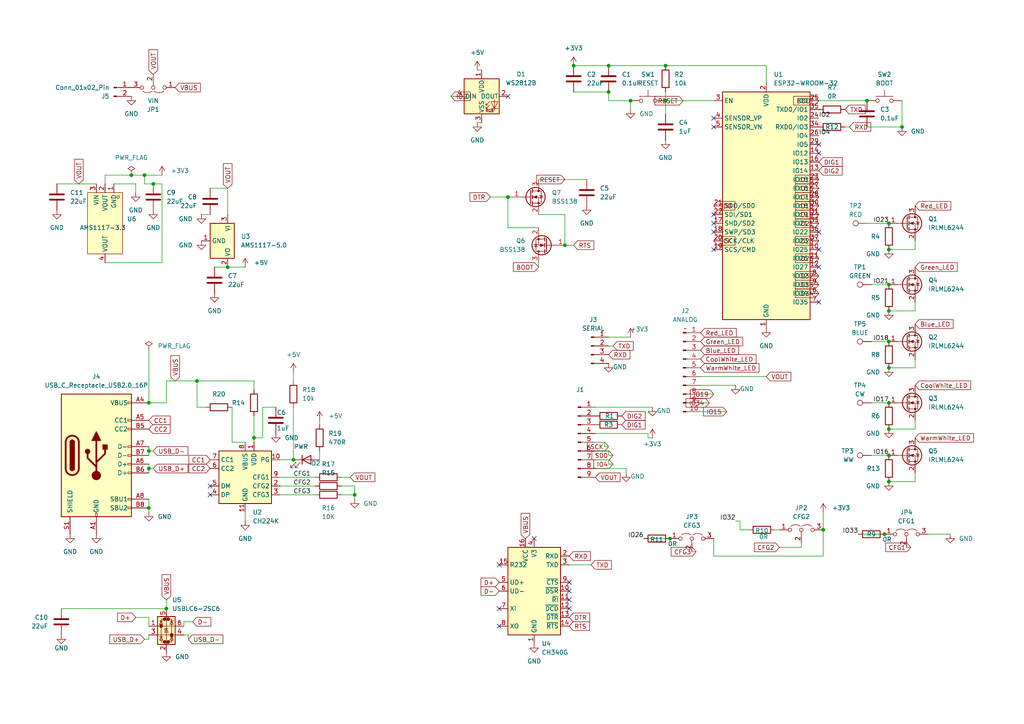
<source format=kicad_sch>
(kicad_sch (version 20250114) (generator "eeschema") (generator_version "9.0")
  (paper "A4")
  (title_block (title "ESPWROOM32 WLED") (date "2025-03-24") (rev "1.0") (company "ES") (comment 1 "Analog and Digital Connections") (comment 2 "PD Selection"))
  (junction (at 251.46 29.21))
  (junction (at 38.1 50.8))
  (junction (at 44.45 53.34))
  (junction (at 66.04 77.47))
  (junction (at 194.31 156.21))
  (junction (at 257.81 64.77))
  (junction (at 102.87 143.51))
  (junction (at 43.18 116.84))
  (junction (at 182.88 29.21))
  (junction (at 261.62 36.83))
  (junction (at 41.91 50.8))
  (junction (at 147.32 57.15))
  (junction (at 238.76 153.67))
  (junction (at 57.15 110.49))
  (junction (at 193.04 19.05))
  (junction (at 257.81 82.55))
  (junction (at 85.09 133.35))
  (junction (at 43.18 130.81))
  (junction (at 193.04 29.21))
  (junction (at 43.18 135.89))
  (junction (at 257.81 72.39))
  (junction (at 48.26 176.53))
  (junction (at 176.53 26.67))
  (junction (at 257.81 124.46))
  (junction (at 73.66 127))
  (junction (at 257.81 132.08))
  (junction (at 166.37 19.05))
  (junction (at 163.83 71.12))
  (junction (at 257.81 90.17))
  (junction (at 256.54 154.94))
  (junction (at 257.81 139.7))
  (junction (at 176.53 19.05))
  (junction (at 43.18 147.32))
  (junction (at 257.81 106.68))
  (junction (at 257.81 116.84))
  (junction (at 257.81 99.06))
  (no_connect (at 60.96 140.97))
  (no_connect (at 237.49 41.91))
  (no_connect (at 237.49 87.63))
  (no_connect (at 207.01 64.77))
  (no_connect (at 154.94 156.21))
  (no_connect (at 237.49 72.39))
  (no_connect (at 165.1 168.91))
  (no_connect (at 165.1 171.45))
  (no_connect (at 207.01 67.31))
  (no_connect (at 207.01 62.23))
  (no_connect (at 144.78 176.53))
  (no_connect (at 165.1 173.99))
  (no_connect (at 165.1 176.53))
  (no_connect (at 144.78 163.83))
  (no_connect (at 207.01 34.29))
  (no_connect (at 237.49 67.31))
  (no_connect (at 207.01 72.39))
  (no_connect (at 207.01 36.83))
  (no_connect (at 237.49 44.45))
  (no_connect (at 60.96 143.51))
  (no_connect (at 237.49 77.47))
  (no_connect (at 144.78 181.61))
  (no_connect (at 147.32 27.94))
  (wire (pts (xy 80.01 118.11) (xy 76.2 118.11)))
  (wire (pts (xy 99.06 140.97) (xy 102.87 140.97)))
  (wire (pts (xy 48.26 110.49) (xy 48.26 116.84)))
  (wire (pts (xy 187.96 127) (xy 189.23 127)))
  (wire (pts (xy 172.72 135.89) (xy 181.61 135.89)))
  (wire (pts (xy 175.26 129.54) (xy 175.26 128.27)))
  (wire (pts (xy 67.31 118.11) (xy 67.31 128.27)))
  (wire (pts (xy 246.38 36.83) (xy 245.11 36.83)))
  (wire (pts (xy 213.36 151.13) (xy 214.63 151.13)))
  (wire (pts (xy 102.87 143.51) (xy 102.87 144.78)))
  (wire (pts (xy 55.88 180.34) (xy 53.34 180.34)))
  (wire (pts (xy 73.66 110.49) (xy 57.15 110.49)))
  (wire (pts (xy 91.44 143.51) (xy 81.28 143.51)))
  (wire (pts (xy 57.15 110.49) (xy 57.15 118.11)))
  (wire (pts (xy 71.12 77.47) (xy 66.04 77.47)))
  (wire (pts (xy 48.26 173.99) (xy 48.26 176.53)))
  (wire (pts (xy 265.43 104.14) (xy 265.43 106.68)))
  (wire (pts (xy 156.21 66.04) (xy 147.32 66.04)))
  (wire (pts (xy 91.44 140.97) (xy 81.28 140.97)))
  (wire (pts (xy 43.18 129.54) (xy 43.18 130.81)))
  (wire (pts (xy 85.09 133.35) (xy 81.28 133.35)))
  (wire (pts (xy 92.71 121.92) (xy 92.71 123.19)))
  (wire (pts (xy 46.99 76.2) (xy 46.99 53.34)))
  (wire (pts (xy 172.72 118.11) (xy 189.23 118.11)))
  (wire (pts (xy 257.81 72.39) (xy 265.43 72.39)))
  (wire (pts (xy 147.32 66.04) (xy 147.32 57.15)))
  (wire (pts (xy 207.01 114.3) (xy 203.2 114.3)))
  (wire (pts (xy 41.91 50.8) (xy 41.91 53.34)))
  (wire (pts (xy 101.6 138.43) (xy 99.06 138.43)))
  (wire (pts (xy 139.7 35.56) (xy 138.43 35.56)))
  (wire (pts (xy 66.04 62.23) (xy 66.04 54.61)))
  (wire (pts (xy 165.1 163.83) (xy 171.45 163.83)))
  (wire (pts (xy 132.08 27.94) (xy 130.81 27.94)))
  (wire (pts (xy 48.26 110.49) (xy 57.15 110.49)))
  (wire (pts (xy 182.88 31.75) (xy 182.88 29.21)))
  (wire (pts (xy 193.04 19.05) (xy 222.25 19.05)))
  (wire (pts (xy 214.63 151.13) (xy 214.63 153.67)))
  (wire (pts (xy 248.92 154.94) (xy 256.54 154.94)))
  (wire (pts (xy 181.61 137.16) (xy 181.61 135.89)))
  (wire (pts (xy 30.48 53.34) (xy 30.48 50.8)))
  (wire (pts (xy 53.34 180.34) (xy 53.34 181.61)))
  (wire (pts (xy 186.69 156.21) (xy 194.31 156.21)))
  (wire (pts (xy 251.46 36.83) (xy 261.62 36.83)))
  (wire (pts (xy 99.06 143.51) (xy 102.87 143.51)))
  (wire (pts (xy 252.73 132.08) (xy 257.81 132.08)))
  (wire (pts (xy 238.76 161.29) (xy 238.76 153.67)))
  (wire (pts (xy 44.45 130.81) (xy 43.18 130.81)))
  (wire (pts (xy 166.37 26.67) (xy 176.53 26.67)))
  (wire (pts (xy 265.43 121.92) (xy 265.43 124.46)))
  (wire (pts (xy 156.21 77.47) (xy 156.21 76.2)))
  (wire (pts (xy 176.53 132.08) (xy 176.53 130.81)))
  (wire (pts (xy 48.26 116.84) (xy 43.18 116.84)))
  (wire (pts (xy 176.53 133.35) (xy 172.72 133.35)))
  (wire (pts (xy 48.26 176.53) (xy 17.78 176.53)))
  (wire (pts (xy 176.53 29.21) (xy 182.88 29.21)))
  (wire (pts (xy 33.02 53.34) (xy 39.37 53.34)))
  (wire (pts (xy 91.44 138.43) (xy 81.28 138.43)))
  (wire (pts (xy 30.48 50.8) (xy 38.1 50.8)))
  (wire (pts (xy 71.12 151.13) (xy 71.12 148.59)))
  (wire (pts (xy 92.71 130.81) (xy 92.71 133.35)))
  (wire (pts (xy 205.74 116.84) (xy 203.2 116.84)))
  (wire (pts (xy 39.37 179.07) (xy 43.18 179.07)))
  (wire (pts (xy 73.66 120.65) (xy 73.66 127)))
  (wire (pts (xy 187.96 125.73) (xy 172.72 125.73)))
  (wire (pts (xy 73.66 110.49) (xy 73.66 113.03)))
  (wire (pts (xy 182.88 97.79) (xy 176.53 97.79)))
  (wire (pts (xy 203.2 111.76) (xy 213.36 111.76)))
  (wire (pts (xy 269.24 154.94) (xy 275.59 154.94)))
  (wire (pts (xy 163.83 62.23) (xy 163.83 71.12)))
  (wire (pts (xy 257.81 124.46) (xy 265.43 124.46)))
  (wire (pts (xy 43.18 179.07) (xy 43.18 181.61)))
  (wire (pts (xy 67.31 128.27) (xy 71.12 128.27)))
  (wire (pts (xy 85.09 118.11) (xy 85.09 133.35)))
  (wire (pts (xy 76.2 118.11) (xy 76.2 127)))
  (wire (pts (xy 46.99 53.34) (xy 44.45 53.34)))
  (wire (pts (xy 43.18 147.32) (xy 43.18 148.59)))
  (wire (pts (xy 265.43 69.85) (xy 265.43 72.39)))
  (wire (pts (xy 58.42 62.23) (xy 60.96 62.23)))
  (wire (pts (xy 16.51 53.34) (xy 27.94 53.34)))
  (wire (pts (xy 43.18 134.62) (xy 43.18 135.89)))
  (wire (pts (xy 54.61 185.42) (xy 54.61 184.15)))
  (wire (pts (xy 41.91 185.42) (xy 43.18 185.42)))
  (wire (pts (xy 214.63 153.67) (xy 217.17 153.67)))
  (wire (pts (xy 176.53 130.81) (xy 172.72 130.81)))
  (wire (pts (xy 176.53 19.05) (xy 193.04 19.05)))
  (wire (pts (xy 237.49 29.21) (xy 251.46 29.21)))
  (wire (pts (xy 43.18 144.78) (xy 43.18 147.32)))
  (wire (pts (xy 203.2 109.22) (xy 222.25 109.22)))
  (wire (pts (xy 176.53 134.62) (xy 176.53 133.35)))
  (wire (pts (xy 156.21 62.23) (xy 163.83 62.23)))
  (wire (pts (xy 54.61 184.15) (xy 53.34 184.15)))
  (wire (pts (xy 265.43 87.63) (xy 265.43 90.17)))
  (wire (pts (xy 41.91 53.34) (xy 44.45 53.34)))
  (wire (pts (xy 252.73 82.55) (xy 257.81 82.55)))
  (wire (pts (xy 175.26 128.27) (xy 172.72 128.27)))
  (wire (pts (xy 62.23 77.47) (xy 66.04 77.47)))
  (wire (pts (xy 257.81 106.68) (xy 265.43 106.68)))
  (wire (pts (xy 201.93 160.02) (xy 200.66 160.02)))
  (wire (pts (xy 166.37 71.12) (xy 163.83 71.12)))
  (wire (pts (xy 57.15 118.11) (xy 59.69 118.11)))
  (wire (pts (xy 156.21 52.07) (xy 170.18 52.07)))
  (wire (pts (xy 207.01 161.29) (xy 207.01 156.21)))
  (wire (pts (xy 193.04 29.21) (xy 207.01 29.21)))
  (wire (pts (xy 226.06 158.75) (xy 232.41 158.75)))
  (wire (pts (xy 85.09 110.49) (xy 85.09 107.95)))
  (wire (pts (xy 176.53 129.54) (xy 175.26 129.54)))
  (wire (pts (xy 176.53 26.67) (xy 176.53 29.21)))
  (wire (pts (xy 232.41 158.75) (xy 232.41 157.48)))
  (wire (pts (xy 43.18 185.42) (xy 43.18 184.15)))
  (wire (pts (xy 43.18 101.6) (xy 43.18 116.84)))
  (wire (pts (xy 166.37 19.05) (xy 176.53 19.05)))
  (wire (pts (xy 187.96 127) (xy 187.96 125.73)))
  (wire (pts (xy 147.32 57.15) (xy 148.59 57.15)))
  (wire (pts (xy 177.8 132.08) (xy 176.53 132.08)))
  (wire (pts (xy 38.1 50.8) (xy 41.91 50.8)))
  (wire (pts (xy 264.16 158.75) (xy 262.89 158.75)))
  (wire (pts (xy 30.48 76.2) (xy 46.99 76.2)))
  (wire (pts (xy 222.25 19.05) (xy 222.25 24.13)))
  (wire (pts (xy 207.01 161.29) (xy 238.76 161.29)))
  (wire (pts (xy 43.18 135.89) (xy 43.18 137.16)))
  (wire (pts (xy 261.62 36.83) (xy 261.62 29.21)))
  (wire (pts (xy 252.73 99.06) (xy 257.81 99.06)))
  (wire (pts (xy 46.99 50.8) (xy 41.91 50.8)))
  (wire (pts (xy 142.24 57.15) (xy 147.32 57.15)))
  (wire (pts (xy 76.2 127) (xy 73.66 127)))
  (wire (pts (xy 251.46 64.77) (xy 257.81 64.77)))
  (wire (pts (xy 224.79 153.67) (xy 226.06 153.67)))
  (wire (pts (xy 257.81 90.17) (xy 265.43 90.17)))
  (wire (pts (xy 193.04 33.02) (xy 193.04 29.21)))
  (wire (pts (xy 139.7 20.32) (xy 138.43 20.32)))
  (wire (pts (xy 177.8 134.62) (xy 176.53 134.62)))
  (wire (pts (xy 210.82 119.38) (xy 203.2 119.38)))
  (wire (pts (xy 193.04 26.67) (xy 193.04 29.21)))
  (wire (pts (xy 39.37 53.34) (xy 39.37 55.88)))
  (wire (pts (xy 252.73 116.84) (xy 257.81 116.84)))
  (wire (pts (xy 257.81 139.7) (xy 265.43 139.7)))
  (wire (pts (xy 44.45 135.89) (xy 43.18 135.89)))
  (wire (pts (xy 238.76 148.59) (xy 238.76 153.67)))
  (wire (pts (xy 265.43 137.16) (xy 265.43 139.7)))
  (wire (pts (xy 177.8 100.33) (xy 176.53 100.33)))
  (wire (pts (xy 102.87 140.97) (xy 102.87 143.51)))
  (wire (pts (xy 73.66 127) (xy 73.66 128.27)))
  (wire (pts (xy 66.04 54.61) (xy 60.96 54.61)))
  (wire (pts (xy 43.18 130.81) (xy 43.18 132.08)))
  (label "CFG1" (at 85.09 138.43 0))
  (label "IO4" (at 237.49 39.37 0))
  (label "IO21" (at 257.81 82.55 180))
  (label "IO2" (at 237.49 34.29 0))
  (label "IO18" (at 257.81 99.06 180))
  (label "IO16" (at 257.81 132.08 180))
  (label "IO17" (at 257.81 116.84 180))
  (label "IO23" (at 257.81 64.77 180))
  (label "IO33" (at 248.92 154.94 180))
  (label "CFG2" (at 85.09 140.97 0))
  (label "CFG3" (at 85.09 143.51 0))
  (label "IO26" (at 186.69 156.21 180))
  (label "IO32" (at 213.36 151.13 180))
  (global_label "CC1" (shape input) (at 43.18 121.92 0) (property "Intersheetrefs" "${INTERSHEET_REFS}" (effects (hide yes))))
  (global_label "RXD" (shape input) (at 176.53 102.87 0) (property "Intersheetrefs" "${INTERSHEET_REFS}" (effects (hide yes))))
  (global_label "SD0" (shape input) (at 177.8 132.08 180) (property "Intersheetrefs" "${INTERSHEET_REFS}" (effects (hide yes))))
  (global_label "IO19" (shape input) (at 237.49 62.23 180) (property "Intersheetrefs" "${INTERSHEET_REFS}" (effects (hide yes))))
  (global_label "DIG1" (shape input) (at 237.49 46.99 0) (property "Intersheetrefs" "${INTERSHEET_REFS}" (effects (hide yes))))
  (global_label "IO15" (shape input) (at 210.82 119.38 180) (property "Intersheetrefs" "${INTERSHEET_REFS}" (effects (hide yes))))
  (global_label "BOOT" (shape input) (at 156.21 77.47 180) (property "Intersheetrefs" "${INTERSHEET_REFS}" (effects (hide yes))))
  (global_label "IO19" (shape input) (at 207.01 114.3 180) (property "Intersheetrefs" "${INTERSHEET_REFS}" (effects (hide yes))))
  (global_label "VOUT" (shape input) (at 66.04 54.61 90) (property "Intersheetrefs" "${INTERSHEET_REFS}" (effects (hide yes))))
  (global_label "VOUT" (shape input) (at 44.45 21.59 90) (property "Intersheetrefs" "${INTERSHEET_REFS}" (effects (hide yes))))
  (global_label "Green_LED" (shape input) (at 265.43 77.47 0) (property "Intersheetrefs" "${INTERSHEET_REFS}" (effects (hide yes))))
  (global_label "USB_D-" (shape input) (at 44.45 130.81 0) (property "Intersheetrefs" "${INTERSHEET_REFS}" (effects (hide yes))))
  (global_label "CoolWhite_LED" (shape input) (at 265.43 111.76 0) (property "Intersheetrefs" "${INTERSHEET_REFS}" (effects (hide yes))))
  (global_label "IO33" (shape input) (at 237.49 82.55 180) (property "Intersheetrefs" "${INTERSHEET_REFS}" (effects (hide yes))))
  (global_label "SD0" (shape input) (at 207.01 59.69 0) (property "Intersheetrefs" "${INTERSHEET_REFS}" (effects (hide yes))))
  (global_label "Red_LED" (shape input) (at 203.2 96.52 0) (property "Intersheetrefs" "${INTERSHEET_REFS}" (effects (hide yes))))
  (global_label "TXD" (shape input) (at 177.8 100.33 0) (property "Intersheetrefs" "${INTERSHEET_REFS}" (effects (hide yes))))
  (global_label "IO16" (shape input) (at 237.49 54.61 180) (property "Intersheetrefs" "${INTERSHEET_REFS}" (effects (hide yes))))
  (global_label "VBUS" (shape input) (at 50.8 110.49 90) (property "Intersheetrefs" "${INTERSHEET_REFS}" (effects (hide yes))))
  (global_label "RTS" (shape input) (at 166.37 71.12 0) (property "Intersheetrefs" "${INTERSHEET_REFS}" (effects (hide yes))))
  (global_label "RESET" (shape input) (at 163.83 52.07 180) (property "Intersheetrefs" "${INTERSHEET_REFS}" (effects (hide yes))))
  (global_label "RXD" (shape input) (at 165.1 161.29 0) (property "Intersheetrefs" "${INTERSHEET_REFS}" (effects (hide yes))))
  (global_label "DIG2" (shape input) (at 237.49 49.53 0) (property "Intersheetrefs" "${INTERSHEET_REFS}" (effects (hide yes))))
  (global_label "DTR" (shape input) (at 142.24 57.15 180) (property "Intersheetrefs" "${INTERSHEET_REFS}" (effects (hide yes))))
  (global_label "IO18" (shape input) (at 237.49 59.69 180) (property "Intersheetrefs" "${INTERSHEET_REFS}" (effects (hide yes))))
  (global_label "SCK" (shape input) (at 176.53 129.54 180) (property "Intersheetrefs" "${INTERSHEET_REFS}" (effects (hide yes))))
  (global_label "BOOT" (shape input) (at 237.49 29.21 180) (property "Intersheetrefs" "${INTERSHEET_REFS}" (effects (hide yes))))
  (global_label "IO2" (shape input) (at 130.81 27.94 0) (property "Intersheetrefs" "${INTERSHEET_REFS}" (effects (hide yes))))
  (global_label "Blue_LED" (shape input) (at 203.2 101.6 0) (property "Intersheetrefs" "${INTERSHEET_REFS}" (effects (hide yes))))
  (global_label "CC2" (shape input) (at 43.18 124.46 0) (property "Intersheetrefs" "${INTERSHEET_REFS}" (effects (hide yes))))
  (global_label "TXD" (shape input) (at 245.11 31.75 0) (property "Intersheetrefs" "${INTERSHEET_REFS}" (effects (hide yes))))
  (global_label "USB_D+" (shape input) (at 41.91 185.42 180) (property "Intersheetrefs" "${INTERSHEET_REFS}" (effects (hide yes))))
  (global_label "DIG1" (shape input) (at 180.34 123.19 0) (property "Intersheetrefs" "${INTERSHEET_REFS}" (effects (hide yes))))
  (global_label "Red_LED" (shape input) (at 265.43 59.69 0) (property "Intersheetrefs" "${INTERSHEET_REFS}" (effects (hide yes))))
  (global_label "RXD" (shape input) (at 246.38 36.83 0) (property "Intersheetrefs" "${INTERSHEET_REFS}" (effects (hide yes))))
  (global_label "IO21" (shape input) (at 237.49 64.77 180) (property "Intersheetrefs" "${INTERSHEET_REFS}" (effects (hide yes))))
  (global_label "IO23" (shape input) (at 237.49 69.85 180) (property "Intersheetrefs" "${INTERSHEET_REFS}" (effects (hide yes))))
  (global_label "WarmWhite_LED" (shape input) (at 203.2 106.68 0) (property "Intersheetrefs" "${INTERSHEET_REFS}" (effects (hide yes))))
  (global_label "VOUT" (shape input) (at 172.72 138.43 0) (property "Intersheetrefs" "${INTERSHEET_REFS}" (effects (hide yes))))
  (global_label "Blue_LED" (shape input) (at 265.43 93.98 0) (property "Intersheetrefs" "${INTERSHEET_REFS}" (effects (hide yes))))
  (global_label "CFG3" (shape input) (at 201.93 160.02 180) (property "Intersheetrefs" "${INTERSHEET_REFS}" (effects (hide yes))))
  (global_label "Green_LED" (shape input) (at 203.2 99.06 0) (property "Intersheetrefs" "${INTERSHEET_REFS}" (effects (hide yes))))
  (global_label "VBUS" (shape input) (at 48.26 173.99 90) (property "Intersheetrefs" "${INTERSHEET_REFS}" (effects (hide yes))))
  (global_label "D+" (shape input) (at 39.37 179.07 180) (property "Intersheetrefs" "${INTERSHEET_REFS}" (effects (hide yes))))
  (global_label "TXD" (shape input) (at 171.45 163.83 0) (property "Intersheetrefs" "${INTERSHEET_REFS}" (effects (hide yes))))
  (global_label "D+" (shape input) (at 144.78 168.91 180) (property "Intersheetrefs" "${INTERSHEET_REFS}" (effects (hide yes))))
  (global_label "VOUT" (shape input) (at 222.25 109.22 0) (property "Intersheetrefs" "${INTERSHEET_REFS}" (effects (hide yes))))
  (global_label "D-" (shape input) (at 55.88 180.34 0) (property "Intersheetrefs" "${INTERSHEET_REFS}" (effects (hide yes))))
  (global_label "WarmWhite_LED" (shape input) (at 265.43 127 0) (property "Intersheetrefs" "${INTERSHEET_REFS}" (effects (hide yes))))
  (global_label "IO4" (shape input) (at 177.8 134.62 180) (property "Intersheetrefs" "${INTERSHEET_REFS}" (effects (hide yes))))
  (global_label "VBUS" (shape input) (at 152.4 156.21 90) (property "Intersheetrefs" "${INTERSHEET_REFS}" (effects (hide yes))))
  (global_label "VOUT" (shape input) (at 22.86 53.34 90) (property "Intersheetrefs" "${INTERSHEET_REFS}" (effects (hide yes))))
  (global_label "CoolWhite_LED" (shape input) (at 203.2 104.14 0) (property "Intersheetrefs" "${INTERSHEET_REFS}" (effects (hide yes))))
  (global_label "IO15" (shape input) (at 237.49 52.07 180) (property "Intersheetrefs" "${INTERSHEET_REFS}" (effects (hide yes))))
  (global_label "IO32" (shape input) (at 237.49 80.01 180) (property "Intersheetrefs" "${INTERSHEET_REFS}" (effects (hide yes))))
  (global_label "CC2" (shape input) (at 60.96 135.89 180) (property "Intersheetrefs" "${INTERSHEET_REFS}" (effects (hide yes))))
  (global_label "USB_D+" (shape input) (at 44.45 135.89 0) (property "Intersheetrefs" "${INTERSHEET_REFS}" (effects (hide yes))))
  (global_label "CC1" (shape input) (at 60.96 133.35 180) (property "Intersheetrefs" "${INTERSHEET_REFS}" (effects (hide yes))))
  (global_label "IO26" (shape input) (at 237.49 74.93 180) (property "Intersheetrefs" "${INTERSHEET_REFS}" (effects (hide yes))))
  (global_label "USB_D-" (shape input) (at 54.61 185.42 0) (property "Intersheetrefs" "${INTERSHEET_REFS}" (effects (hide yes))))
  (global_label "VBUS" (shape input) (at 50.8 25.4 0) (property "Intersheetrefs" "${INTERSHEET_REFS}" (effects (hide yes))))
  (global_label "RTS" (shape input) (at 165.1 181.61 0) (property "Intersheetrefs" "${INTERSHEET_REFS}" (effects (hide yes))))
  (global_label "RESET" (shape input) (at 198.12 29.21 180) (property "Intersheetrefs" "${INTERSHEET_REFS}" (effects (hide yes))))
  (global_label "D-" (shape input) (at 144.78 171.45 180) (property "Intersheetrefs" "${INTERSHEET_REFS}" (effects (hide yes))))
  (global_label "IO34" (shape input) (at 237.49 85.09 180) (property "Intersheetrefs" "${INTERSHEET_REFS}" (effects (hide yes))))
  (global_label "DTR" (shape input) (at 165.1 179.07 0) (property "Intersheetrefs" "${INTERSHEET_REFS}" (effects (hide yes))))
  (global_label "CFG2" (shape input) (at 226.06 158.75 180) (property "Intersheetrefs" "${INTERSHEET_REFS}" (effects (hide yes))))
  (global_label "IO17" (shape input) (at 237.49 57.15 180) (property "Intersheetrefs" "${INTERSHEET_REFS}" (effects (hide yes))))
  (global_label "SCK" (shape input) (at 207.01 69.85 0) (property "Intersheetrefs" "${INTERSHEET_REFS}" (effects (hide yes))))
  (global_label "CFG1" (shape input) (at 264.16 158.75 180) (property "Intersheetrefs" "${INTERSHEET_REFS}" (effects (hide yes))))
  (global_label "IO34" (shape input) (at 205.74 116.84 180) (property "Intersheetrefs" "${INTERSHEET_REFS}" (effects (hide yes))))
  (global_label "DIG2" (shape input) (at 180.34 120.65 0) (property "Intersheetrefs" "${INTERSHEET_REFS}" (effects (hide yes))))
  (global_label "VOUT" (shape input) (at 101.6 138.43 0) (property "Intersheetrefs" "${INTERSHEET_REFS}" (effects (hide yes))))
  (symbol (lib_id "Connector:Conn_01x02_Pin") (at 33.02 25.4 0) (unit 1)
    (property "Reference" "J5" (at 31.75 27.9401 0) (effects (justify right)))
    (property "Value" "Conn_01x02_Pin" (at 31.75 25.4001 0) (effects (justify right)))
    (property "Footprint" "TerminalBlock:TerminalBlock_MaiXu_MX126-5.0-02P_1x02_P5.00mm" (effects (hide yes)))
    (property "Description" "Generic connector, single row, 01x02, script generated" (effects (hide yes)))
  )
  (symbol (lib_id "Device:R") (at 63.5 118.11 90) (unit 1)
    (property "Reference" "R20" (at 63.5 114.3 90))
    (property "Value" "10K" (effects (hide yes)))
    (property "Footprint" "Resistor_SMD:R_0805_2012Metric_Pad1.20x1.40mm_HandSolder" (effects (hide yes)))
    (property "Description" "Resistor" (effects (hide yes)))
  )
  (symbol (lib_id "Transistor_FET:IRLML6244") (at 262.89 82.55 0) (unit 1)
    (property "Reference" "Q4" (at 269.24 81.2799 0) (effects (justify left)))
    (property "Value" "IRLML6244" (at 269.24 83.8199 0) (effects (justify left)))
    (property "Footprint" "Package_TO_SOT_SMD:SOT-23" (effects (hide yes)))
    (property "Datasheet" "https://www.infineon.com/dgdl/Infineon-IRLML6244-DataSheet-v01_01-EN.pdf?fileId=5546d462533600a4015356686fed261f" (effects (hide yes)))
    (property "Description" "6.3A Id, 20V Vds, 21mOhm Rds, N-Channel StrongIRFET Power MOSFET, SOT-23" (effects (hide yes)))
  )
  (symbol (lib_id "power:GND") (at 17.78 184.15 0) (unit 1)
    (property "Reference" "#PWR026" (effects (hide yes)))
    (property "Value" "GND" (at 17.78 187.96 0))
    (property "Description" "Power symbol creates a global label with name \"GND\" , ground" (effects (hide yes)))
  )
  (symbol (lib_id "power:GND") (at 62.23 85.09 0) (unit 1)
    (property "Reference" "#PWR022" (effects (hide yes)))
    (property "Value" "GND" (at 62.23 90.17 0))
    (property "Description" "Power symbol creates a global label with name \"GND\" , ground" (effects (hide yes)))
  )
  (symbol (lib_id "power:GND") (at 39.37 55.88 0) (unit 1)
    (property "Reference" "#PWR018" (effects (hide yes)))
    (property "Value" "GND" (at 39.37 60.96 0))
    (property "Description" "Power symbol creates a global label with name \"GND\" , ground" (effects (hide yes)))
  )
  (symbol (lib_id "Device:C") (at 80.01 121.92 0) (unit 1)
    (property "Reference" "C6" (at 80.264 119.6339 0) (effects (justify left)))
    (property "Value" "1uF" (at 80.264 124.2059 0) (effects (justify left)))
    (property "Footprint" "Capacitor_SMD:C_0805_2012Metric_Pad1.18x1.45mm_HandSolder" (effects (hide yes)))
    (property "Description" "Unpolarized capacitor" (effects (hide yes)))
  )
  (symbol (lib_id "power:GND") (at 176.53 105.41 0) (unit 1)
    (property "Reference" "#PWR043" (effects (hide yes)))
    (property "Value" "GND" (at 181.864 106.4259 0) (effects (justify right)))
    (property "Description" "Power symbol creates a global label with name \"GND\" , ground" (effects (hide yes)))
  )
  (symbol (lib_id "Interface_USB:CH224K") (at 71.12 138.43 0) (unit 1)
    (property "Reference" "U2" (at 73.2633 148.59 0) (effects (justify left)))
    (property "Value" "CH224K" (at 73.2633 151.13 0) (effects (justify left)))
    (property "Footprint" "Package_SO:SSOP-10-1EP_3.9x4.9mm_P1mm_EP2.1x3.3mm" (effects (hide yes)))
    (property "Datasheet" "https://www.wch.cn/downloads/file/301.html" (effects (hide yes)))
    (property "Description" "100W USB Type-C PD3.0/2.0, BC1.2 Sink Controller, SSOP-10" (effects (hide yes)))
  )
  (symbol (lib_id "Transistor_FET:BSS138") (at 153.67 57.15 0) (unit 1)
    (property "Reference" "Q7" (at 160.02 55.8799 0) (effects (justify left)))
    (property "Value" "BSS138" (at 160.02 58.4199 0) (effects (justify left)))
    (property "Footprint" "Package_TO_SOT_SMD:SOT-23" (effects (hide yes)))
    (property "Datasheet" "https://www.onsemi.com/pub/Collateral/BSS138-D.PDF" (effects (hide yes)))
    (property "Description" "50V Vds, 0.22A Id, N-Channel MOSFET, SOT-23" (effects (hide yes)))
  )
  (symbol (lib_id "power:+3V3") (at 238.76 148.59 0) (unit 1)
    (property "Reference" "#PWR09" (effects (hide yes)))
    (property "Value" "+3V3" (at 241.3 147.3199 0) (effects (justify left)))
    (property "Description" "Power symbol creates a global label with name \"+3V3\"" (effects (hide yes)))
  )
  (symbol (lib_id "Device:R") (at 220.98 153.67 270) (unit 1)
    (property "Reference" "R10" (at 220.98 153.924 90))
    (property "Value" "0R" (at 221.488 155.702 90))
    (property "Footprint" "Resistor_SMD:R_0805_2012Metric_Pad1.20x1.40mm_HandSolder" (effects (hide yes)))
    (property "Description" "Resistor" (effects (hide yes)))
  )
  (symbol (lib_id "power:GND") (at 138.43 35.56 0) (unit 1)
    (property "Reference" "#PWR035" (effects (hide yes)))
    (property "Value" "GND" (at 138.43 40.64 0))
    (property "Description" "Power symbol creates a global label with name \"GND\" , ground" (effects (hide yes)))
  )
  (symbol (lib_id "Jumper:Jumper_3_Open") (at 262.89 154.94 0) (unit 1) (in_bom no)
    (property "Reference" "JP4" (at 262.89 148.59 0))
    (property "Value" "CFG1" (at 262.89 151.13 0))
    (property "Footprint" "Jumper:SolderJumper-3_P1.3mm_Open_RoundedPad1.0x1.5mm_NumberLabels" (effects (hide yes)))
    (property "Description" "Jumper, 3-pole, both open" (effects (hide yes)))
  )
  (symbol (lib_id "power:GND") (at 44.45 60.96 0) (unit 1)
    (property "Reference" "#PWR019" (effects (hide yes)))
    (property "Value" "GND" (at 44.45 66.04 0))
    (property "Description" "Power symbol creates a global label with name \"GND\" , ground" (effects (hide yes)))
  )
  (symbol (lib_id "Device:R") (at 257.81 120.65 180) (unit 1)
    (property "Reference" "R6" (at 255.27 120.6499 0) (effects (justify left)))
    (property "Value" "10K" (effects (hide yes)))
    (property "Footprint" "Resistor_SMD:R_0805_2012Metric_Pad1.20x1.40mm_HandSolder" (effects (hide yes)))
    (property "Description" "Resistor" (effects (hide yes)))
  )
  (symbol (lib_id "power:GND") (at 80.01 125.73 0) (unit 1)
    (property "Reference" "#PWR029" (effects (hide yes)))
    (property "Value" "GND" (at 82.55 126.9999 0) (effects (justify left)))
    (property "Description" "Power symbol creates a global label with name \"GND\" , ground" (effects (hide yes)))
  )
  (symbol (lib_id "Connector:TestPoint") (at 252.73 132.08 90) (unit 1)
    (property "Reference" "TP3" (at 247.65 130.8099 90) (effects (justify left)))
    (property "Value" "WW" (at 247.65 133.3499 90) (effects (justify left)))
    (property "Footprint" "TestPoint:TestPoint_Pad_1.0x1.0mm" (effects (hide yes)))
    (property "Description" "test point" (effects (hide yes)))
  )
  (symbol (lib_id "Connector:TestPoint") (at 252.73 116.84 90) (unit 1)
    (property "Reference" "TP4" (at 249.428 111.76 90))
    (property "Value" "CW" (at 249.428 114.3 90))
    (property "Footprint" "TestPoint:TestPoint_Pad_1.0x1.0mm" (effects (hide yes)))
    (property "Description" "test point" (effects (hide yes)))
  )
  (symbol (lib_id "power:GND") (at 38.1 27.94 0) (unit 1)
    (property "Reference" "#PWR039" (effects (hide yes)))
    (property "Value" "GND" (at 38.1 33.02 0))
    (property "Description" "Power symbol creates a global label with name \"GND\" , ground" (effects (hide yes)))
  )
  (symbol (lib_id "power:GND") (at 257.81 124.46 0) (unit 1)
    (property "Reference" "#PWR033" (effects (hide yes)))
    (property "Value" "GND" (at 255.27 125.7299 0) (effects (justify right)))
    (property "Description" "Power symbol creates a global label with name \"GND\" , ground" (effects (hide yes)))
  )
  (symbol (lib_id "power:GND") (at 170.18 59.69 0) (unit 1)
    (property "Reference" "#PWR025" (effects (hide yes)))
    (property "Value" "GND" (at 170.18 64.77 0))
    (property "Description" "Power symbol creates a global label with name \"GND\" , ground" (effects (hide yes)))
  )
  (symbol (lib_id "power:GND") (at 257.81 106.68 0) (unit 1)
    (property "Reference" "#PWR032" (effects (hide yes)))
    (property "Value" "GND" (at 255.27 107.9499 0) (effects (justify right)))
    (property "Description" "Power symbol creates a global label with name \"GND\" , ground" (effects (hide yes)))
  )
  (symbol (lib_id "power:GND") (at 182.88 31.75 0) (unit 1)
    (property "Reference" "#PWR015" (effects (hide yes)))
    (property "Value" "GND" (at 185.42 33.0199 0) (effects (justify left)))
    (property "Description" "Power symbol creates a global label with name \"GND\" , ground" (effects (hide yes)))
  )
  (symbol (lib_id "power:+3V3") (at 46.99 50.8 0) (unit 1)
    (property "Reference" "#PWR023" (effects (hide yes)))
    (property "Value" "+3V3" (at 49.53 49.5299 0) (effects (justify left)))
    (property "Description" "Power symbol creates a global label with name \"+3V3\"" (effects (hide yes)))
  )
  (symbol (lib_id "power:+5V") (at 138.43 20.32 0) (unit 1)
    (property "Reference" "#PWR036" (effects (hide yes)))
    (property "Value" "+5V" (at 138.43 15.24 0))
    (property "Description" "Power symbol creates a global label with name \"+5V\"" (effects (hide yes)))
  )
  (symbol (lib_id "power:PWR_FLAG") (at 38.1 50.8 0) (unit 1)
    (property "Reference" "#FLG02" (effects (hide yes)))
    (property "Value" "PWR_FLAG" (at 38.1 45.72 0))
    (property "Description" "Special symbol for telling ERC where power comes from" (effects (hide yes)))
  )
  (symbol (lib_id "Connector:TestPoint") (at 252.73 99.06 90) (unit 1)
    (property "Reference" "TP5" (at 249.428 93.98 90))
    (property "Value" "BLUE" (at 249.428 96.52 90))
    (property "Footprint" "TestPoint:TestPoint_Pad_1.0x1.0mm" (effects (hide yes)))
    (property "Description" "test point" (effects (hide yes)))
  )
  (symbol (lib_id "power:GND") (at 213.36 111.76 0) (unit 1)
    (property "Reference" "#PWR038" (effects (hide yes)))
    (property "Value" "GND" (at 218.694 112.7759 0) (effects (justify right)))
    (property "Description" "Power symbol creates a global label with name \"GND\" , ground" (effects (hide yes)))
  )
  (symbol (lib_id "Device:C") (at 193.04 36.83 0) (unit 1)
    (property "Reference" "C4" (at 196.85 35.5599 0) (effects (justify left)))
    (property "Value" "1uF" (at 196.85 38.0999 0) (effects (justify left)))
    (property "Footprint" "Capacitor_SMD:C_0805_2012Metric_Pad1.18x1.45mm_HandSolder" (effects (hide yes)))
    (property "Description" "Unpolarized capacitor" (effects (hide yes)))
  )
  (symbol (lib_id "Device:R") (at 257.81 135.89 180) (unit 1)
    (property "Reference" "R13" (at 255.27 135.8899 0) (effects (justify left)))
    (property "Value" "10K" (effects (hide yes)))
    (property "Footprint" "Resistor_SMD:R_0805_2012Metric_Pad1.20x1.40mm_HandSolder" (effects (hide yes)))
    (property "Description" "Resistor" (effects (hide yes)))
  )
  (symbol (lib_id "Jumper:Jumper_3_Open") (at 200.66 156.21 0) (unit 1) (in_bom no)
    (property "Reference" "JP3" (at 200.66 149.86 0))
    (property "Value" "CFG3" (at 200.66 152.4 0))
    (property "Footprint" "Jumper:SolderJumper-3_P1.3mm_Open_RoundedPad1.0x1.5mm_NumberLabels" (effects (hide yes)))
    (property "Description" "Jumper, 3-pole, both open" (effects (hide yes)))
  )
  (symbol (lib_id "power:GND") (at 27.94 154.94 0) (unit 1)
    (property "Reference" "#PWR02" (effects (hide yes)))
    (property "Value" "GND" (at 27.94 160.02 0))
    (property "Description" "Power symbol creates a global label with name \"GND\" , ground" (effects (hide yes)))
  )
  (symbol (lib_id "power:GND") (at 16.51 60.96 0) (unit 1)
    (property "Reference" "#PWR020" (effects (hide yes)))
    (property "Value" "GND" (at 16.51 66.04 0))
    (property "Description" "Power symbol creates a global label with name \"GND\" , ground" (effects (hide yes)))
  )
  (symbol (lib_id "power:+3V3") (at 189.23 127 0) (unit 1)
    (property "Reference" "#PWR041" (effects (hide yes)))
    (property "Value" "+3V3" (at 189.23 128.778 0))
    (property "Description" "Power symbol creates a global label with name \"+3V3\"" (effects (hide yes)))
  )
  (symbol (lib_id "Interface_USB:CH340G") (at 154.94 171.45 0) (unit 1)
    (property "Reference" "U4" (at 157.0833 186.69 0) (effects (justify left)))
    (property "Value" "CH340G" (at 157.0833 189.23 0) (effects (justify left)))
    (property "Footprint" "Package_SO:SOIC-16_3.9x9.9mm_P1.27mm" (effects (hide yes)))
    (property "Datasheet" "http://www.datasheet5.com/pdf-local-2195953" (effects (hide yes)))
    (property "Description" "USB serial converter, UART, SOIC-16" (effects (hide yes)))
  )
  (symbol (lib_id "power:+5V") (at 85.09 107.95 0) (unit 1)
    (property "Reference" "#PWR010" (effects (hide yes)))
    (property "Value" "+5V" (at 85.09 102.87 0))
    (property "Description" "Power symbol creates a global label with name \"+5V\"" (effects (hide yes)))
  )
  (symbol (lib_id "Device:C") (at 166.37 22.86 0) (unit 1)
    (property "Reference" "C2" (at 170.18 21.5899 0) (effects (justify left)))
    (property "Value" "22uF" (at 170.18 24.1299 0) (effects (justify left)))
    (property "Footprint" "Capacitor_SMD:C_0805_2012Metric_Pad1.18x1.45mm_HandSolder" (effects (hide yes)))
    (property "Description" "Unpolarized capacitor" (effects (hide yes)))
  )
  (symbol (lib_id "power:GND") (at 48.26 189.23 0) (unit 1)
    (property "Reference" "#PWR013" (effects (hide yes)))
    (property "Value" "GND" (at 50.8 190.4999 0) (effects (justify left)))
    (property "Description" "Power symbol creates a global label with name \"GND\" , ground" (effects (hide yes)))
  )
  (symbol (lib_id "power:GND") (at 193.04 40.64 0) (unit 1)
    (property "Reference" "#PWR014" (effects (hide yes)))
    (property "Value" "GND" (at 193.04 45.72 0))
    (property "Description" "Power symbol creates a global label with name \"GND\" , ground" (effects (hide yes)))
  )
  (symbol (lib_id "Device:R") (at 257.81 68.58 180) (unit 1)
    (property "Reference" "R4" (at 255.27 68.5799 0) (effects (justify left)))
    (property "Value" "10K" (effects (hide yes)))
    (property "Footprint" "Resistor_SMD:R_0805_2012Metric_Pad1.20x1.40mm_HandSolder" (effects (hide yes)))
    (property "Description" "Resistor" (effects (hide yes)))
  )
  (symbol (lib_id "Jumper:Jumper_3_Open") (at 44.45 25.4 180) (unit 1) (in_bom no)
    (property "Reference" "JP1" (at 44.45 31.75 0))
    (property "Value" "VIN" (at 44.45 29.21 0))
    (property "Footprint" "Jumper:SolderJumper-3_P1.3mm_Open_RoundedPad1.0x1.5mm_NumberLabels" (effects (hide yes)))
    (property "Description" "Jumper, 3-pole, both open" (effects (hide yes)))
  )
  (symbol (lib_id "Connector:Conn_01x09_Pin") (at 167.64 128.27 0) (unit 1)
    (property "Reference" "J1" (at 168.275 113.03 0))
    (property "Value" "Conn_01x09_Pin" (effects (hide yes)))
    (property "Footprint" "Connector_PinSocket_2.54mm:PinSocket_1x09_P2.54mm_Vertical" (effects (hide yes)))
    (property "Description" "Generic connector, single row, 01x09, script generated" (effects (hide yes)))
  )
  (symbol (lib_id "power:+5V") (at 71.12 77.47 0) (unit 1)
    (property "Reference" "#PWR024" (effects (hide yes)))
    (property "Value" "+5V" (at 73.66 76.1999 0) (effects (justify left)))
    (property "Description" "Power symbol creates a global label with name \"+5V\"" (effects (hide yes)))
  )
  (symbol (lib_id "power:+3V3") (at 182.88 97.79 0) (unit 1)
    (property "Reference" "#PWR044" (effects (hide yes)))
    (property "Value" "+3V3" (at 185.42 95.504 0))
    (property "Description" "Power symbol creates a global label with name \"+3V3\"" (effects (hide yes)))
  )
  (symbol (lib_id "Device:C") (at 251.46 33.02 0) (unit 1)
    (property "Reference" "C3" (at 255.27 31.7499 0) (effects (justify left)))
    (property "Value" "0.1uF" (at 255.27 34.2899 0) (effects (justify left)))
    (property "Footprint" "Capacitor_SMD:C_0805_2012Metric_Pad1.18x1.45mm_HandSolder" (effects (hide yes)))
    (property "Description" "Unpolarized capacitor" (effects (hide yes)))
  )
  (symbol (lib_id "power:GND") (at 261.62 36.83 0) (unit 1)
    (property "Reference" "#PWR016" (effects (hide yes)))
    (property "Value" "GND" (at 264.16 38.0999 0) (effects (justify left)))
    (property "Description" "Power symbol creates a global label with name \"GND\" , ground" (effects (hide yes)))
  )
  (symbol (lib_id "Device:R") (at 190.5 156.21 270) (unit 1)
    (property "Reference" "R11" (at 190.5 156.464 90))
    (property "Value" "0R" (at 195.072 157.734 90))
    (property "Footprint" "Resistor_SMD:R_0805_2012Metric_Pad1.20x1.40mm_HandSolder" (effects (hide yes)))
    (property "Description" "Resistor" (effects (hide yes)))
  )
  (symbol (lib_id "Connector:Conn_01x10_Pin") (at 198.12 106.68 0) (unit 1)
    (property "Reference" "J2" (at 198.755 90.17 0))
    (property "Value" "ANALOG" (at 198.755 92.71 0))
    (property "Footprint" "Connector_PinHeader_2.54mm:PinHeader_1x10_P2.54mm_Vertical" (effects (hide yes)))
    (property "Datasheet" "~" (at 198.755 95.25 0))
    (property "Description" "Generic connector, single row, 01x10, script generated" (effects (hide yes)))
  )
  (symbol (lib_id "power:GND") (at 257.81 90.17 0) (unit 1)
    (property "Reference" "#PWR031" (effects (hide yes)))
    (property "Value" "GND" (at 255.27 91.4399 0) (effects (justify right)))
    (property "Description" "Power symbol creates a global label with name \"GND\" , ground" (effects (hide yes)))
  )
  (symbol (lib_id "Regulator_Linear:AMS1117-5.0") (at 66.04 69.85 270) (unit 1)
    (property "Reference" "U3" (at 69.85 68.5799 90) (effects (justify left)))
    (property "Value" "AMS1117-5.0" (at 69.85 71.1199 90) (effects (justify left)))
    (property "Footprint" "Package_TO_SOT_SMD:SOT-223" (effects (hide yes)))
    (property "Datasheet" "http://www.advanced-monolithic.com/pdf/ds1117.pdf" (effects (hide yes)))
    (property "Description" "1A Low Dropout regulator, positive, 5.0V fixed output, SOT-223" (effects (hide yes)))
  )
  (symbol (lib_id "Device:R") (at 85.09 114.3 180) (unit 1)
    (property "Reference" "R18" (at 87.63 113.0299 0) (effects (justify right)))
    (property "Value" "10k" (at 87.63 115.5699 0) (effects (justify right)))
    (property "Footprint" "Resistor_SMD:R_0805_2012Metric_Pad1.20x1.40mm_HandSolder" (effects (hide yes)))
    (property "Description" "Resistor" (effects (hide yes)))
  )
  (symbol (lib_id "Connector:TestPoint") (at 252.73 82.55 90) (unit 1)
    (property "Reference" "TP1" (at 249.428 77.47 90))
    (property "Value" "GREEN" (at 249.428 80.01 90))
    (property "Footprint" "TestPoint:TestPoint_Pad_1.0x1.0mm" (effects (hide yes)))
    (property "Description" "test point" (effects (hide yes)))
  )
  (symbol (lib_id "power:GND") (at 43.18 148.59 0) (unit 1)
    (property "Reference" "#PWR012" (effects (hide yes)))
    (property "Value" "GND" (at 45.72 149.8599 0) (effects (justify left)))
    (property "Description" "Power symbol creates a global label with name \"GND\" , ground" (effects (hide yes)))
  )
  (symbol (lib_id "Device:C") (at 176.53 22.86 0) (unit 1)
    (property "Reference" "C1" (at 180.34 21.5899 0) (effects (justify left)))
    (property "Value" "0.1uF" (at 180.34 24.1299 0) (effects (justify left)))
    (property "Footprint" "Capacitor_SMD:C_0805_2012Metric_Pad1.18x1.45mm_HandSolder" (effects (hide yes)))
    (property "Description" "Unpolarized capacitor" (effects (hide yes)))
  )
  (symbol (lib_id "Device:R") (at 241.3 36.83 270) (unit 1)
    (property "Reference" "R12" (at 241.3 36.83 90))
    (property "Value" "0R" (effects (hide yes)))
    (property "Footprint" "Resistor_SMD:R_0805_2012Metric_Pad1.20x1.40mm_HandSolder" (effects (hide yes)))
    (property "Description" "Resistor" (effects (hide yes)))
  )
  (symbol (lib_id "RF_Module:ESP32-WROOM-32") (at 222.25 59.69 0) (unit 1)
    (property "Reference" "U1" (at 224.3933 21.59 0) (effects (justify left)))
    (property "Value" "ESP32-WROOM-32" (at 224.3933 24.13 0) (effects (justify left)))
    (property "Footprint" "RF_Module:ESP32-WROOM-32" (effects (hide yes)))
    (property "Datasheet" "https://www.espressif.com/sites/default/files/documentation/esp32-wroom-32_datasheet_en.pdf" (effects (hide yes)))
    (property "Description" "RF Module, ESP32-D0WDQ6 SoC, Wi-Fi 802.11b/g/n, Bluetooth, BLE, 32-bit, 2.7-3.6V, onboard antenna, SMD" (effects (hide yes)))
  )
  (symbol (lib_id "power:GND") (at 20.32 154.94 0) (unit 1)
    (property "Reference" "#PWR03" (effects (hide yes)))
    (property "Value" "GND" (at 20.32 160.02 0))
    (property "Description" "Power symbol creates a global label with name \"GND\" , ground" (effects (hide yes)))
  )
  (symbol (lib_id "Device:R") (at 257.81 86.36 180) (unit 1)
    (property "Reference" "R5" (at 255.27 86.3599 0) (effects (justify left)))
    (property "Value" "10K" (effects (hide yes)))
    (property "Footprint" "Resistor_SMD:R_0805_2012Metric_Pad1.20x1.40mm_HandSolder" (effects (hide yes)))
    (property "Description" "Resistor" (effects (hide yes)))
  )
  (symbol (lib_id "Jumper:Jumper_3_Open") (at 232.41 153.67 0) (unit 1) (in_bom no)
    (property "Reference" "JP2" (at 232.41 147.32 0))
    (property "Value" "CFG2" (at 232.41 149.86 0))
    (property "Footprint" "Jumper:SolderJumper-3_P1.3mm_Open_RoundedPad1.0x1.5mm_NumberLabels" (effects (hide yes)))
    (property "Description" "Jumper, 3-pole, both open" (effects (hide yes)))
  )
  (symbol (lib_id "power:GND") (at 58.42 62.23 0) (unit 1)
    (property "Reference" "#PWR021" (effects (hide yes)))
    (property "Value" "GND" (at 55.88 63.4999 0) (effects (justify right)))
    (property "Description" "Power symbol creates a global label with name \"GND\" , ground" (effects (hide yes)))
  )
  (symbol (lib_id "Connector:Conn_01x04_Pin") (at 171.45 100.33 0) (unit 1)
    (property "Reference" "J3" (at 172.085 92.71 0))
    (property "Value" "SERIAL" (at 172.085 95.25 0))
    (property "Footprint" "Connector_PinSocket_2.54mm:PinSocket_1x04_P2.54mm_Vertical" (effects (hide yes)))
    (property "Description" "Generic connector, single row, 01x04, script generated" (effects (hide yes)))
  )
  (symbol (lib_id "Device:LED") (at 88.9 133.35 0) (unit 1)
    (property "Reference" "D2" (at 91.6305 134.366 0))
    (property "Value" "PWR" (at 87.3125 129.54 0))
    (property "Footprint" "LED_SMD:LED_0805_2012Metric_Pad1.15x1.40mm_HandSolder" (effects (hide yes)))
    (property "Description" "Light emitting diode" (effects (hide yes)))
    (property "Sim.Pins" "1=K 2=A" (effects (hide yes)))
  )
  (symbol (lib_id "Device:R") (at 241.3 31.75 270) (unit 1)
    (property "Reference" "R7" (at 241.3 25.4 90))
    (property "Value" "0R" (at 241.3 27.94 90))
    (property "Footprint" "Resistor_SMD:R_0805_2012Metric_Pad1.20x1.40mm_HandSolder" (effects (hide yes)))
    (property "Description" "Resistor" (effects (hide yes)))
  )
  (symbol (lib_id "power:PWR_FLAG") (at 43.18 101.6 0) (unit 1)
    (property "Reference" "#FLG03" (effects (hide yes)))
    (property "Value" "PWR_FLAG" (at 45.72 100.3299 0) (effects (justify left)))
    (property "Description" "Special symbol for telling ERC where power comes from" (effects (hide yes)))
  )
  (symbol (lib_id "Device:R") (at 252.73 154.94 270) (unit 1)
    (property "Reference" "R9" (at 252.73 154.94 90))
    (property "Value" "0R" (at 257.302 156.464 90))
    (property "Footprint" "Resistor_SMD:R_0805_2012Metric_Pad1.20x1.40mm_HandSolder" (effects (hide yes)))
    (property "Description" "Resistor" (effects (hide yes)))
  )
  (symbol (lib_id "Transistor_FET:IRLML6244") (at 262.89 116.84 0) (unit 1)
    (property "Reference" "Q3" (at 269.24 115.5699 0) (effects (justify left)))
    (property "Value" "IRLML6244" (at 269.24 118.1099 0) (effects (justify left)))
    (property "Footprint" "Package_TO_SOT_SMD:SOT-23" (effects (hide yes)))
    (property "Datasheet" "https://www.infineon.com/dgdl/Infineon-IRLML6244-DataSheet-v01_01-EN.pdf?fileId=5546d462533600a4015356686fed261f" (effects (hide yes)))
    (property "Description" "6.3A Id, 20V Vds, 21mOhm Rds, N-Channel StrongIRFET Power MOSFET, SOT-23" (effects (hide yes)))
  )
  (symbol (lib_id "Connector:TestPoint") (at 251.46 64.77 90) (unit 1)
    (property "Reference" "TP2" (at 248.158 59.69 90))
    (property "Value" "RED" (at 248.158 62.23 90))
    (property "Footprint" "TestPoint:TestPoint_Pad_1.0x1.0mm" (effects (hide yes)))
    (property "Description" "test point" (effects (hide yes)))
  )
  (symbol (lib_id "power:+3V3") (at 166.37 19.05 0) (unit 1)
    (property "Reference" "#PWR06" (effects (hide yes)))
    (property "Value" "+3V3" (at 166.37 13.97 0))
    (property "Description" "Power symbol creates a global label with name \"+3V3\"" (effects (hide yes)))
  )
  (symbol (lib_id "Transistor_FET:IRLML6244") (at 262.89 132.08 0) (unit 1)
    (property "Reference" "Q5" (at 269.24 130.8099 0) (effects (justify left)))
    (property "Value" "IRLML6244" (at 269.24 133.3499 0) (effects (justify left)))
    (property "Footprint" "Package_TO_SOT_SMD:SOT-23" (effects (hide yes)))
    (property "Datasheet" "https://www.infineon.com/dgdl/Infineon-IRLML6244-DataSheet-v01_01-EN.pdf?fileId=5546d462533600a4015356686fed261f" (effects (hide yes)))
    (property "Description" "6.3A Id, 20V Vds, 21mOhm Rds, N-Channel StrongIRFET Power MOSFET, SOT-23" (effects (hide yes)))
  )
  (symbol (lib_id "Device:R") (at 95.25 140.97 90) (unit 1)
    (property "Reference" "R15" (at 95.25 137.16 90))
    (property "Value" "10K" (effects (hide yes)))
    (property "Footprint" "Resistor_SMD:R_0805_2012Metric_Pad1.20x1.40mm_HandSolder" (effects (hide yes)))
    (property "Description" "Resistor" (effects (hide yes)))
  )
  (symbol (lib_id "LED:WS2812B") (at 139.7 27.94 0) (unit 1)
    (property "Reference" "D1" (at 151.13 21.5198 0))
    (property "Value" "WS2812B" (at 151.13 24.0598 0))
    (property "Footprint" "LED_SMD:LED_WS2812B_PLCC4_5.0x5.0mm_P3.2mm" (effects (hide yes)))
    (property "Datasheet" "https://cdn-shop.adafruit.com/datasheets/WS2812B.pdf" (effects (hide yes)))
    (property "Description" "RGB LED with integrated controller" (effects (hide yes)))
  )
  (symbol (lib_id "power:GND") (at 189.23 118.11 0) (unit 1)
    (property "Reference" "#PWR042" (effects (hide yes)))
    (property "Value" "GND" (at 194.564 119.1259 0) (effects (justify right)))
    (property "Description" "Power symbol creates a global label with name \"GND\" , ground" (effects (hide yes)))
  )
  (symbol (lib_id "Device:C") (at 16.51 57.15 0) (unit 1)
    (property "Reference" "C11" (at 20.32 55.8799 0) (effects (justify left)))
    (property "Value" "22uF" (at 20.32 58.4199 0) (effects (justify left)))
    (property "Footprint" "Capacitor_SMD:C_0805_2012Metric_Pad1.18x1.45mm_HandSolder" (effects (hide yes)))
    (property "Description" "Unpolarized capacitor" (effects (hide yes)))
  )
  (symbol (lib_id "Transistor_FET:BSS138") (at 158.75 71.12 180) (unit 1)
    (property "Reference" "Q6" (at 152.4 69.8499 0) (effects (justify left)))
    (property "Value" "BSS138" (at 152.4 72.3899 0) (effects (justify left)))
    (property "Footprint" "Package_TO_SOT_SMD:SOT-23" (effects (hide yes)))
    (property "Datasheet" "https://www.onsemi.com/pub/Collateral/BSS138-D.PDF" (effects (hide yes)))
    (property "Description" "50V Vds, 0.22A Id, N-Channel MOSFET, SOT-23" (effects (hide yes)))
  )
  (symbol (lib_id "Device:R") (at 176.53 120.65 90) (unit 1)
    (property "Reference" "R1" (at 176.784 120.65 90))
    (property "Value" "470R" (effects (hide yes)))
    (property "Footprint" "Resistor_SMD:R_0805_2012Metric_Pad1.20x1.40mm_HandSolder" (effects (hide yes)))
    (property "Description" "Resistor" (effects (hide yes)))
  )
  (symbol (lib_id "Device:R") (at 73.66 116.84 180) (unit 1)
    (property "Reference" "R14" (at 71.12 116.8399 0) (effects (justify left)))
    (property "Value" "10K" (effects (hide yes)))
    (property "Footprint" "Resistor_SMD:R_0805_2012Metric_Pad1.20x1.40mm_HandSolder" (effects (hide yes)))
    (property "Description" "Resistor" (effects (hide yes)))
  )
  (symbol (lib_id "Device:R") (at 176.53 123.19 90) (unit 1)
    (property "Reference" "R3" (at 176.53 123.19 90))
    (property "Value" "470R" (effects (hide yes)))
    (property "Footprint" "Resistor_SMD:R_0805_2012Metric_Pad1.20x1.40mm_HandSolder" (effects (hide yes)))
    (property "Description" "Resistor" (effects (hide yes)))
  )
  (symbol (lib_id "Device:R") (at 95.25 138.43 90) (unit 1)
    (property "Reference" "R17" (at 95.25 134.62 90))
    (property "Value" "10K" (effects (hide yes)))
    (property "Footprint" "Resistor_SMD:R_0805_2012Metric_Pad1.20x1.40mm_HandSolder" (effects (hide yes)))
    (property "Description" "Resistor" (effects (hide yes)))
  )
  (symbol (lib_id "Connector:USB_C_Receptacle_USB2.0_16P") (at 27.94 132.08 0) (unit 1)
    (property "Reference" "J4" (at 27.94 109.22 0))
    (property "Value" "USB_C_Receptacle_USB2.0_16P" (at 27.94 111.76 0))
    (property "Footprint" "Connector_USB:USB_C_Receptacle_XKB_U262-16XN-4BVC11" (effects (hide yes)))
    (property "Datasheet" "https://www.usb.org/sites/default/files/documents/usb_type-c.zip" (effects (hide yes)))
    (property "Description" "USB 2.0-only 16P Type-C Receptacle connector" (effects (hide yes)))
  )
  (symbol (lib_id "Device:C") (at 44.45 57.15 0) (unit 1)
    (property "Reference" "C9" (at 48.26 55.8799 0) (effects (justify left)))
    (property "Value" "22uF" (at 48.26 58.4199 0) (effects (justify left)))
    (property "Footprint" "Capacitor_SMD:C_0805_2012Metric_Pad1.18x1.45mm_HandSolder" (effects (hide yes)))
    (property "Description" "Unpolarized capacitor" (effects (hide yes)))
  )
  (symbol (lib_id "Device:C") (at 170.18 55.88 0) (unit 1)
    (property "Reference" "C5" (at 173.99 54.6099 0) (effects (justify left)))
    (property "Value" "22uF" (at 173.99 57.1499 0) (effects (justify left)))
    (property "Footprint" "Capacitor_SMD:C_0805_2012Metric_Pad1.18x1.45mm_HandSolder" (effects (hide yes)))
    (property "Description" "Unpolarized capacitor" (effects (hide yes)))
  )
  (symbol (lib_id "Device:R") (at 193.04 22.86 180) (unit 1)
    (property "Reference" "R2" (at 195.58 21.5899 0) (effects (justify right)))
    (property "Value" "10k" (at 195.58 24.1299 0) (effects (justify right)))
    (property "Footprint" "Resistor_SMD:R_0805_2012Metric_Pad1.20x1.40mm_HandSolder" (effects (hide yes)))
    (property "Description" "Resistor" (effects (hide yes)))
  )
  (symbol (lib_id "power:GND") (at 58.42 69.85 0) (unit 1)
    (property "Reference" "#PWR017" (effects (hide yes)))
    (property "Value" "GND" (at 55.88 71.1199 0) (effects (justify right)))
    (property "Description" "Power symbol creates a global label with name \"GND\" , ground" (effects (hide yes)))
  )
  (symbol (lib_id "Device:R") (at 92.71 127 180) (unit 1)
    (property "Reference" "R19" (at 95.25 125.7299 0) (effects (justify right)))
    (property "Value" "470R" (at 95.25 128.2699 0) (effects (justify right)))
    (property "Footprint" "Resistor_SMD:R_0805_2012Metric_Pad1.20x1.40mm_HandSolder" (effects (hide yes)))
    (property "Description" "Resistor" (effects (hide yes)))
  )
  (symbol (lib_id "power:GND") (at 222.25 95.25 0) (unit 1)
    (property "Reference" "#PWR05" (effects (hide yes)))
    (property "Value" "GND" (at 222.25 100.33 0))
    (property "Description" "Power symbol creates a global label with name \"GND\" , ground" (effects (hide yes)))
  )
  (symbol (lib_id "power:GND") (at 275.59 154.94 0) (unit 1)
    (property "Reference" "#PWR027" (effects (hide yes)))
    (property "Value" "GND" (at 278.13 156.2099 0) (effects (justify left)))
    (property "Description" "Power symbol creates a global label with name \"GND\" , ground" (effects (hide yes)))
  )
  (symbol (lib_id "Switch:SW_Push") (at 256.54 29.21 0) (unit 1)
    (property "Reference" "SW2" (at 256.54 21.59 0))
    (property "Value" "BOOT" (at 256.54 24.13 0))
    (property "Footprint" "Button_Switch_SMD:SW_SPST_SKQG_WithStem" (effects (hide yes)))
    (property "Description" "Push button switch, generic, two pins" (effects (hide yes)))
  )
  (symbol (lib_id "Power_Protection:USBLC6-2SC6") (at 48.26 181.61 0) (unit 1)
    (property "Reference" "U5" (at 49.9111 173.99 0) (effects (justify left)))
    (property "Value" "USBLC6-2SC6" (at 49.9111 176.53 0) (effects (justify left)))
    (property "Footprint" "Package_TO_SOT_SMD:SOT-23-6" (effects (hide yes)))
    (property "Datasheet" "https://www.st.com/resource/en/datasheet/usblc6-2.pdf" (effects (hide yes)))
    (property "Description" "Very low capacitance ESD protection diode, 2 data-line, SOT-23-6" (effects (hide yes)))
  )
  (symbol (lib_id "power:GND") (at 154.94 186.69 0) (unit 1)
    (property "Reference" "#PWR04" (effects (hide yes)))
    (property "Value" "GND" (at 154.94 191.77 0))
    (property "Description" "Power symbol creates a global label with name \"GND\" , ground" (effects (hide yes)))
  )
  (symbol (lib_id "power:GND") (at 181.61 137.16 0) (unit 1)
    (property "Reference" "#PWR040" (effects (hide yes)))
    (property "Value" "GND" (at 186.944 138.1759 0) (effects (justify right)))
    (property "Description" "Power symbol creates a global label with name \"GND\" , ground" (effects (hide yes)))
  )
  (symbol (lib_id "Device:C") (at 17.78 180.34 0) (unit 1)
    (property "Reference" "C10" (at 13.97 179.0699 0) (effects (justify right)))
    (property "Value" "22uF" (at 13.97 181.6099 0) (effects (justify right)))
    (property "Footprint" "Capacitor_SMD:C_0805_2012Metric_Pad1.18x1.45mm_HandSolder" (effects (hide yes)))
    (property "Description" "Unpolarized capacitor" (effects (hide yes)))
  )
  (symbol (lib_id "power:GND") (at 102.87 144.78 0) (unit 1)
    (property "Reference" "#PWR028" (effects (hide yes)))
    (property "Value" "GND" (at 105.41 146.0499 0) (effects (justify left)))
    (property "Description" "Power symbol creates a global label with name \"GND\" , ground" (effects (hide yes)))
  )
  (symbol (lib_id "power:GND") (at 257.81 139.7 0) (unit 1)
    (property "Reference" "#PWR034" (effects (hide yes)))
    (property "Value" "GND" (at 255.27 140.9699 0) (effects (justify right)))
    (property "Description" "Power symbol creates a global label with name \"GND\" , ground" (effects (hide yes)))
  )
  (symbol (lib_id "power:+5V") (at 92.71 121.92 0) (unit 1)
    (property "Reference" "#PWR011" (effects (hide yes)))
    (property "Value" "+5V" (at 95.25 120.6499 0) (effects (justify left)))
    (property "Description" "Power symbol creates a global label with name \"+5V\"" (effects (hide yes)))
  )
  (symbol (lib_id "Device:R") (at 257.81 102.87 180) (unit 1)
    (property "Reference" "R8" (at 255.27 102.8699 0) (effects (justify left)))
    (property "Value" "10K" (effects (hide yes)))
    (property "Footprint" "Resistor_SMD:R_0805_2012Metric_Pad1.20x1.40mm_HandSolder" (effects (hide yes)))
    (property "Description" "Resistor" (effects (hide yes)))
  )
  (symbol (lib_id "1-Errol:AMS1117-3.3") (at 30.48 64.77 270) (unit 1)
    (property "Reference" "U6" (at 36.83 63.4999 90) (effects (justify left)))
    (property "Value" "AMS1117-3.3" (at 23.114 66.0399 90) (effects (justify left)))
    (property "Footprint" "Package_TO_SOT_SMD:SOT-223" (effects (hide yes)))
    (property "Datasheet" "https://lcsc.com/product-detail/Low-Dropout-Regulators-LDO_AMS_AMS1117-3-3_AMS1117-3-3_C6186.html" (effects (hide yes)))
    (property "LCSC Part" "C6186" (effects (hide yes)))
  )
  (symbol (lib_id "power:GND") (at 71.12 151.13 0) (unit 1)
    (property "Reference" "#PWR08" (effects (hide yes)))
    (property "Value" "GND" (at 71.12 156.21 0))
    (property "Description" "Power symbol creates a global label with name \"GND\" , ground" (effects (hide yes)))
  )
  (symbol (lib_id "Switch:SW_Push") (at 187.96 29.21 0) (unit 1)
    (property "Reference" "SW1" (at 187.96 21.59 0))
    (property "Value" "RESET" (at 187.96 24.13 0))
    (property "Footprint" "Button_Switch_SMD:SW_SPST_SKQG_WithStem" (effects (hide yes)))
    (property "Description" "Push button switch, generic, two pins" (effects (hide yes)))
  )
  (symbol (lib_id "Transistor_FET:IRLML6244") (at 262.89 64.77 0) (unit 1)
    (property "Reference" "Q1" (at 269.24 63.4999 0) (effects (justify left)))
    (property "Value" "IRLML6244" (at 269.24 66.0399 0) (effects (justify left)))
    (property "Footprint" "Package_TO_SOT_SMD:SOT-23" (effects (hide yes)))
    (property "Datasheet" "https://www.infineon.com/dgdl/Infineon-IRLML6244-DataSheet-v01_01-EN.pdf?fileId=5546d462533600a4015356686fed261f" (effects (hide yes)))
    (property "Description" "6.3A Id, 20V Vds, 21mOhm Rds, N-Channel StrongIRFET Power MOSFET, SOT-23" (effects (hide yes)))
  )
  (symbol (lib_id "Device:R") (at 95.25 143.51 90) (unit 1)
    (property "Reference" "R16" (at 95.25 147.32 90))
    (property "Value" "10K" (at 95.25 149.86 90))
    (property "Footprint" "Resistor_SMD:R_0805_2012Metric_Pad1.20x1.40mm_HandSolder" (effects (hide yes)))
    (property "Description" "Resistor" (effects (hide yes)))
  )
  (symbol (lib_id "power:GND") (at 257.81 72.39 0) (unit 1)
    (property "Reference" "#PWR030" (effects (hide yes)))
    (property "Value" "GND" (at 255.27 73.6599 0) (effects (justify right)))
    (property "Description" "Power symbol creates a global label with name \"GND\" , ground" (effects (hide yes)))
  )
  (symbol (lib_id "Device:C") (at 62.23 81.28 0) (unit 1)
    (property "Reference" "C7" (at 66.04 80.0099 0) (effects (justify left)))
    (property "Value" "22uF" (at 66.04 82.5499 0) (effects (justify left)))
    (property "Footprint" "Capacitor_SMD:C_0805_2012Metric_Pad1.18x1.45mm_HandSolder" (effects (hide yes)))
    (property "Description" "Unpolarized capacitor" (effects (hide yes)))
  )
  (symbol (lib_id "Transistor_FET:IRLML6244") (at 262.89 99.06 0) (unit 1)
    (property "Reference" "Q2" (at 269.24 97.7899 0) (effects (justify left)))
    (property "Value" "IRLML6244" (at 269.24 100.3299 0) (effects (justify left)))
    (property "Footprint" "Package_TO_SOT_SMD:SOT-23" (effects (hide yes)))
    (property "Datasheet" "https://www.infineon.com/dgdl/Infineon-IRLML6244-DataSheet-v01_01-EN.pdf?fileId=5546d462533600a4015356686fed261f" (effects (hide yes)))
    (property "Description" "6.3A Id, 20V Vds, 21mOhm Rds, N-Channel StrongIRFET Power MOSFET, SOT-23" (effects (hide yes)))
  )
  (symbol (lib_id "Device:C") (at 60.96 58.42 0) (unit 1)
    (property "Reference" "C8" (at 57.15 57.1499 0) (effects (justify right)))
    (property "Value" "22uF" (at 57.15 59.6899 0) (effects (justify right)))
    (property "Footprint" "Capacitor_SMD:C_0805_2012Metric_Pad1.18x1.45mm_HandSolder" (effects (hide yes)))
    (property "Description" "Unpolarized capacitor" (effects (hide yes)))
  )
)
</source>
